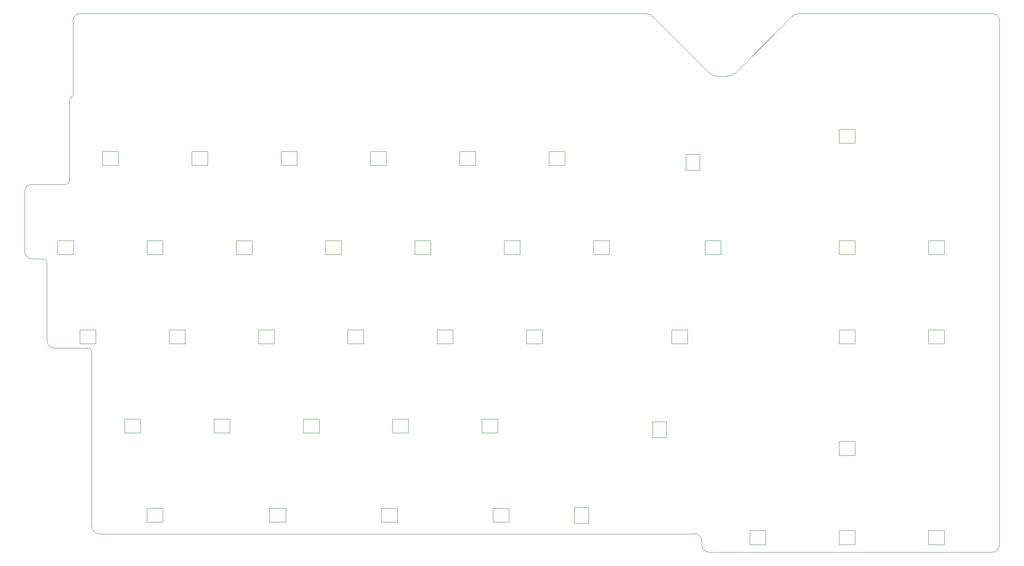
<source format=gbr>
%TF.GenerationSoftware,KiCad,Pcbnew,(6.0.5)*%
%TF.CreationDate,2022-07-29T22:10:33-06:00*%
%TF.ProjectId,kb_right,6b625f72-6967-4687-942e-6b696361645f,rev?*%
%TF.SameCoordinates,Original*%
%TF.FileFunction,Profile,NP*%
%FSLAX46Y46*%
G04 Gerber Fmt 4.6, Leading zero omitted, Abs format (unit mm)*
G04 Created by KiCad (PCBNEW (6.0.5)) date 2022-07-29 22:10:33*
%MOMM*%
%LPD*%
G01*
G04 APERTURE LIST*
%TA.AperFunction,Profile*%
%ADD10C,0.100000*%
%TD*%
%TA.AperFunction,Profile*%
%ADD11C,0.120000*%
%TD*%
G04 APERTURE END LIST*
D10*
X202406254Y-31750040D02*
G75*
G03*
X200818750Y-32543750I234546J-2453560D01*
G01*
X183356250Y-44450000D02*
X171450000Y-32543750D01*
X46037500Y-68262450D02*
G75*
G03*
X46831250Y-67468750I0J793750D01*
G01*
X180181250Y-142875000D02*
X53181250Y-142875000D01*
X46831250Y-50006250D02*
X47625000Y-49212500D01*
X51593750Y-141287500D02*
X51593750Y-103981250D01*
X243681250Y-146843750D02*
G75*
G03*
X245268750Y-145256250I-50J1587550D01*
G01*
X181768750Y-145256250D02*
G75*
G03*
X183356250Y-146843750I1587550J50D01*
G01*
X37306250Y-82550000D02*
X37306250Y-69850000D01*
X51593800Y-103981250D02*
G75*
G03*
X50800000Y-103187500I-793800J-50D01*
G01*
X47625000Y-49212500D02*
X47625000Y-33337500D01*
X183356270Y-44449980D02*
G75*
G03*
X184943750Y-45085000I1574130J1633380D01*
G01*
X51593800Y-141287500D02*
G75*
G03*
X53181250Y-142875000I1587500J0D01*
G01*
X187325000Y-45085007D02*
G75*
G03*
X188912500Y-44450000I52900J2169607D01*
G01*
X50800000Y-103187500D02*
X43656250Y-103187500D01*
X169862500Y-31750000D02*
X49212500Y-31750000D01*
X245268750Y-145256250D02*
X245268750Y-33337500D01*
X200818750Y-32543750D02*
X188912500Y-44450000D01*
X37306200Y-82550000D02*
G75*
G03*
X38893750Y-84137500I1587600J100D01*
G01*
X181768750Y-144462500D02*
X181768750Y-145256250D01*
X42068700Y-101600000D02*
G75*
G03*
X43656250Y-103187500I1587600J100D01*
G01*
X171450005Y-32543745D02*
G75*
G03*
X169862500Y-31750000I-2005105J-2025855D01*
G01*
X46831250Y-67468750D02*
X46831250Y-50006250D01*
X181768700Y-144462500D02*
G75*
G03*
X180181250Y-142875000I-1587500J0D01*
G01*
X38893750Y-68262450D02*
G75*
G03*
X37306250Y-69850000I50J-1587550D01*
G01*
X243681250Y-146843750D02*
X183356250Y-146843750D01*
X38893750Y-68262500D02*
X46037500Y-68262500D01*
X202406250Y-31750000D02*
X243681250Y-31750000D01*
X245268800Y-33337500D02*
G75*
G03*
X243681250Y-31750000I-1587600J-100D01*
G01*
X42068750Y-101600000D02*
X42068750Y-84931250D01*
X41275000Y-84137500D02*
X38893750Y-84137500D01*
X42068800Y-84931250D02*
G75*
G03*
X41275000Y-84137500I-793800J-50D01*
G01*
X49212500Y-31750000D02*
G75*
G03*
X47625000Y-33337500I0J-1587500D01*
G01*
X187325000Y-45085000D02*
X184943750Y-45085000D01*
D11*
%TO.C,D110*%
X66787500Y-83256250D02*
X66787500Y-80256250D01*
X63387500Y-83256250D02*
X66787500Y-83256250D01*
X63387500Y-80256250D02*
X63387500Y-83256250D01*
X66787500Y-80256250D02*
X63387500Y-80256250D01*
%TO.C,D125*%
X178706250Y-102306250D02*
X178706250Y-99306250D01*
X175306250Y-102306250D02*
X178706250Y-102306250D01*
X178706250Y-99306250D02*
X175306250Y-99306250D01*
X175306250Y-99306250D02*
X175306250Y-102306250D01*
%TO.C,D138*%
X140606250Y-137406250D02*
X137206250Y-137406250D01*
X137206250Y-140406250D02*
X140606250Y-140406250D01*
X140606250Y-140406250D02*
X140606250Y-137406250D01*
X137206250Y-137406250D02*
X137206250Y-140406250D01*
%TO.C,D113*%
X123937500Y-83256250D02*
X123937500Y-80256250D01*
X120537500Y-80256250D02*
X120537500Y-83256250D01*
X123937500Y-80256250D02*
X120537500Y-80256250D01*
X120537500Y-83256250D02*
X123937500Y-83256250D01*
%TO.C,D111*%
X85837500Y-83256250D02*
X85837500Y-80256250D01*
X82437500Y-83256250D02*
X85837500Y-83256250D01*
X82437500Y-80256250D02*
X82437500Y-83256250D01*
X85837500Y-80256250D02*
X82437500Y-80256250D01*
%TO.C,D128*%
X62025000Y-121356250D02*
X62025000Y-118356250D01*
X58625000Y-121356250D02*
X62025000Y-121356250D01*
X62025000Y-118356250D02*
X58625000Y-118356250D01*
X58625000Y-118356250D02*
X58625000Y-121356250D01*
%TO.C,D115*%
X162037500Y-80256250D02*
X158637500Y-80256250D01*
X158637500Y-80256250D02*
X158637500Y-83256250D01*
X158637500Y-83256250D02*
X162037500Y-83256250D01*
X162037500Y-83256250D02*
X162037500Y-80256250D01*
%TO.C,D136*%
X89581250Y-140406250D02*
X92981250Y-140406250D01*
X89581250Y-137406250D02*
X89581250Y-140406250D01*
X92981250Y-137406250D02*
X89581250Y-137406250D01*
X92981250Y-140406250D02*
X92981250Y-137406250D01*
%TO.C,D140*%
X191975000Y-145168750D02*
X195375000Y-145168750D01*
X195375000Y-142168750D02*
X191975000Y-142168750D01*
X195375000Y-145168750D02*
X195375000Y-142168750D01*
X191975000Y-142168750D02*
X191975000Y-145168750D01*
%TO.C,D104*%
X111012500Y-64206250D02*
X114412500Y-64206250D01*
X111012500Y-61206250D02*
X111012500Y-64206250D01*
X114412500Y-64206250D02*
X114412500Y-61206250D01*
X114412500Y-61206250D02*
X111012500Y-61206250D01*
%TO.C,D114*%
X142987500Y-80256250D02*
X139587500Y-80256250D01*
X139587500Y-80256250D02*
X139587500Y-83256250D01*
X142987500Y-83256250D02*
X142987500Y-80256250D01*
X139587500Y-83256250D02*
X142987500Y-83256250D01*
%TO.C,D135*%
X63387500Y-137406250D02*
X63387500Y-140406250D01*
X63387500Y-140406250D02*
X66787500Y-140406250D01*
X66787500Y-137406250D02*
X63387500Y-137406250D01*
X66787500Y-140406250D02*
X66787500Y-137406250D01*
%TO.C,D120*%
X68150000Y-99306250D02*
X68150000Y-102306250D01*
X68150000Y-102306250D02*
X71550000Y-102306250D01*
X71550000Y-102306250D02*
X71550000Y-99306250D01*
X71550000Y-99306250D02*
X68150000Y-99306250D01*
%TO.C,D126*%
X211025000Y-99306250D02*
X211025000Y-102306250D01*
X211025000Y-102306250D02*
X214425000Y-102306250D01*
X214425000Y-99306250D02*
X211025000Y-99306250D01*
X214425000Y-102306250D02*
X214425000Y-99306250D01*
%TO.C,D122*%
X106250000Y-102306250D02*
X109650000Y-102306250D01*
X106250000Y-99306250D02*
X106250000Y-102306250D01*
X109650000Y-99306250D02*
X106250000Y-99306250D01*
X109650000Y-102306250D02*
X109650000Y-99306250D01*
%TO.C,D129*%
X81075000Y-118356250D02*
X77675000Y-118356250D01*
X77675000Y-121356250D02*
X81075000Y-121356250D01*
X81075000Y-121356250D02*
X81075000Y-118356250D01*
X77675000Y-118356250D02*
X77675000Y-121356250D01*
%TO.C,D112*%
X104887500Y-83256250D02*
X104887500Y-80256250D01*
X104887500Y-80256250D02*
X101487500Y-80256250D01*
X101487500Y-80256250D02*
X101487500Y-83256250D01*
X101487500Y-83256250D02*
X104887500Y-83256250D01*
%TO.C,D141*%
X211025000Y-145168750D02*
X214425000Y-145168750D01*
X211025000Y-142168750D02*
X211025000Y-145168750D01*
X214425000Y-142168750D02*
X211025000Y-142168750D01*
X214425000Y-145168750D02*
X214425000Y-142168750D01*
%TO.C,D131*%
X115775000Y-121356250D02*
X119175000Y-121356250D01*
X119175000Y-118356250D02*
X115775000Y-118356250D01*
X115775000Y-118356250D02*
X115775000Y-121356250D01*
X119175000Y-121356250D02*
X119175000Y-118356250D01*
%TO.C,D105*%
X130062500Y-64206250D02*
X133462500Y-64206250D01*
X130062500Y-61206250D02*
X130062500Y-64206250D01*
X133462500Y-64206250D02*
X133462500Y-61206250D01*
X133462500Y-61206250D02*
X130062500Y-61206250D01*
%TO.C,D119*%
X52500000Y-102306250D02*
X52500000Y-99306250D01*
X52500000Y-99306250D02*
X49100000Y-99306250D01*
X49100000Y-102306250D02*
X52500000Y-102306250D01*
X49100000Y-99306250D02*
X49100000Y-102306250D01*
%TO.C,D130*%
X96725000Y-118356250D02*
X96725000Y-121356250D01*
X100125000Y-118356250D02*
X96725000Y-118356250D01*
X100125000Y-121356250D02*
X100125000Y-118356250D01*
X96725000Y-121356250D02*
X100125000Y-121356250D01*
%TO.C,D108*%
X214425000Y-56443750D02*
X211025000Y-56443750D01*
X211025000Y-56443750D02*
X211025000Y-59443750D01*
X211025000Y-59443750D02*
X214425000Y-59443750D01*
X214425000Y-59443750D02*
X214425000Y-56443750D01*
%TO.C,D132*%
X134825000Y-118356250D02*
X134825000Y-121356250D01*
X138225000Y-118356250D02*
X134825000Y-118356250D01*
X138225000Y-121356250D02*
X138225000Y-118356250D01*
X134825000Y-121356250D02*
X138225000Y-121356250D01*
%TO.C,D109*%
X47737500Y-83256250D02*
X47737500Y-80256250D01*
X44337500Y-83256250D02*
X47737500Y-83256250D01*
X44337500Y-80256250D02*
X44337500Y-83256250D01*
X47737500Y-80256250D02*
X44337500Y-80256250D01*
%TO.C,D124*%
X144350000Y-99306250D02*
X144350000Y-102306250D01*
X147750000Y-102306250D02*
X147750000Y-99306250D01*
X147750000Y-99306250D02*
X144350000Y-99306250D01*
X144350000Y-102306250D02*
X147750000Y-102306250D01*
%TO.C,D121*%
X87200000Y-99306250D02*
X87200000Y-102306250D01*
X90600000Y-102306250D02*
X90600000Y-99306250D01*
X90600000Y-99306250D02*
X87200000Y-99306250D01*
X87200000Y-102306250D02*
X90600000Y-102306250D01*
%TO.C,D101*%
X57262500Y-64206250D02*
X57262500Y-61206250D01*
X53862500Y-61206250D02*
X53862500Y-64206250D01*
X57262500Y-61206250D02*
X53862500Y-61206250D01*
X53862500Y-64206250D02*
X57262500Y-64206250D01*
%TO.C,D102*%
X76312500Y-61206250D02*
X72912500Y-61206250D01*
X76312500Y-64206250D02*
X76312500Y-61206250D01*
X72912500Y-64206250D02*
X76312500Y-64206250D01*
X72912500Y-61206250D02*
X72912500Y-64206250D01*
%TO.C,D103*%
X95362500Y-64206250D02*
X95362500Y-61206250D01*
X91962500Y-64206250D02*
X95362500Y-64206250D01*
X91962500Y-61206250D02*
X91962500Y-64206250D01*
X95362500Y-61206250D02*
X91962500Y-61206250D01*
%TO.C,D137*%
X116793750Y-140406250D02*
X116793750Y-137406250D01*
X113393750Y-140406250D02*
X116793750Y-140406250D01*
X113393750Y-137406250D02*
X113393750Y-140406250D01*
X116793750Y-137406250D02*
X113393750Y-137406250D01*
%TO.C,D117*%
X211025000Y-80256250D02*
X211025000Y-83256250D01*
X214425000Y-80256250D02*
X211025000Y-80256250D01*
X211025000Y-83256250D02*
X214425000Y-83256250D01*
X214425000Y-83256250D02*
X214425000Y-80256250D01*
%TO.C,D118*%
X230075000Y-80256250D02*
X230075000Y-83256250D01*
X233475000Y-83256250D02*
X233475000Y-80256250D01*
X230075000Y-83256250D02*
X233475000Y-83256250D01*
X233475000Y-80256250D02*
X230075000Y-80256250D01*
%TO.C,D106*%
X149112500Y-64206250D02*
X152512500Y-64206250D01*
X152512500Y-64206250D02*
X152512500Y-61206250D01*
X152512500Y-61206250D02*
X149112500Y-61206250D01*
X149112500Y-61206250D02*
X149112500Y-64206250D01*
%TO.C,D123*%
X125300000Y-102306250D02*
X128700000Y-102306250D01*
X128700000Y-102306250D02*
X128700000Y-99306250D01*
X125300000Y-99306250D02*
X125300000Y-102306250D01*
X128700000Y-99306250D02*
X125300000Y-99306250D01*
%TO.C,D107*%
X181332000Y-65200000D02*
X181332000Y-61800000D01*
X178332000Y-61800000D02*
X178332000Y-65200000D01*
X181332000Y-61800000D02*
X178332000Y-61800000D01*
X178332000Y-65200000D02*
X181332000Y-65200000D01*
%TO.C,D134*%
X211025000Y-123118750D02*
X211025000Y-126118750D01*
X214425000Y-126118750D02*
X214425000Y-123118750D01*
X211025000Y-126118750D02*
X214425000Y-126118750D01*
X214425000Y-123118750D02*
X211025000Y-123118750D01*
%TO.C,D139*%
X154583000Y-140606250D02*
X157583000Y-140606250D01*
X154583000Y-137206250D02*
X154583000Y-140606250D01*
X157583000Y-137206250D02*
X154583000Y-137206250D01*
X157583000Y-140606250D02*
X157583000Y-137206250D01*
%TO.C,D127*%
X230075000Y-102306250D02*
X233475000Y-102306250D01*
X233475000Y-99306250D02*
X230075000Y-99306250D01*
X230075000Y-99306250D02*
X230075000Y-102306250D01*
X233475000Y-102306250D02*
X233475000Y-99306250D01*
%TO.C,D116*%
X182450000Y-80256250D02*
X182450000Y-83256250D01*
X185850000Y-83256250D02*
X185850000Y-80256250D01*
X182450000Y-83256250D02*
X185850000Y-83256250D01*
X185850000Y-80256250D02*
X182450000Y-80256250D01*
%TO.C,D142*%
X233475000Y-145168750D02*
X233475000Y-142168750D01*
X230075000Y-142168750D02*
X230075000Y-145168750D01*
X233475000Y-142168750D02*
X230075000Y-142168750D01*
X230075000Y-145168750D02*
X233475000Y-145168750D01*
%TO.C,D133*%
X171220000Y-118950000D02*
X171220000Y-122350000D01*
X174220000Y-122350000D02*
X174220000Y-118950000D01*
X174220000Y-118950000D02*
X171220000Y-118950000D01*
X171220000Y-122350000D02*
X174220000Y-122350000D01*
%TD*%
M02*

</source>
